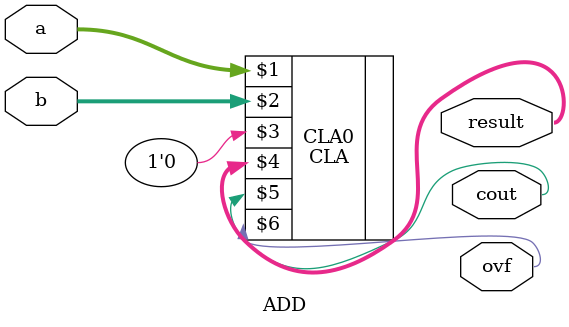
<source format=v>
module ADD(a, b, result, cout, ovf);
	input [31:0] a, b;
	output [31:0] result;
	output cout, ovf;
	
	CLA CLA0(a, b, 1'b0, result, cout, ovf);

endmodule

</source>
